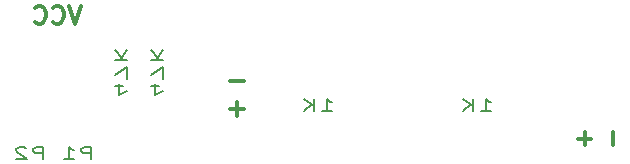
<source format=gbr>
G04 #@! TF.FileFunction,Other,ECO1*
%FSLAX46Y46*%
G04 Gerber Fmt 4.6, Leading zero omitted, Abs format (unit mm)*
G04 Created by KiCad (PCBNEW 0.201601231531+6508~42~ubuntu15.10.1-product) date Sun 24 Jan 2016 05:29:53 PM CET*
%MOMM*%
G01*
G04 APERTURE LIST*
%ADD10C,0.020000*%
%ADD11C,0.200000*%
%ADD12C,0.300000*%
G04 APERTURE END LIST*
D10*
D11*
X136104286Y-106334571D02*
X135437619Y-106334571D01*
X136485238Y-106691714D02*
X135770952Y-107048857D01*
X135770952Y-106120285D01*
X136437619Y-105691714D02*
X136437619Y-104691714D01*
X135437619Y-105334571D01*
X135437619Y-104120286D02*
X136437619Y-104120286D01*
X135437619Y-103263143D02*
X136009048Y-103906000D01*
X136437619Y-103263143D02*
X135866190Y-104120286D01*
X133056286Y-106334571D02*
X132389619Y-106334571D01*
X133437238Y-106691714D02*
X132722952Y-107048857D01*
X132722952Y-106120285D01*
X133389619Y-105691714D02*
X133389619Y-104691714D01*
X132389619Y-105334571D01*
X132389619Y-104120286D02*
X133389619Y-104120286D01*
X132389619Y-103263143D02*
X132961048Y-103906000D01*
X133389619Y-103263143D02*
X132818190Y-104120286D01*
X163389428Y-108402381D02*
X164246571Y-108402381D01*
X163817999Y-108402381D02*
X163817999Y-107402381D01*
X163960856Y-107545238D01*
X164103714Y-107640476D01*
X164246571Y-107688095D01*
X162746571Y-108402381D02*
X162746571Y-107402381D01*
X161889428Y-108402381D02*
X162532285Y-107830952D01*
X161889428Y-107402381D02*
X162746571Y-107973810D01*
X149927428Y-108402381D02*
X150784571Y-108402381D01*
X150355999Y-108402381D02*
X150355999Y-107402381D01*
X150498856Y-107545238D01*
X150641714Y-107640476D01*
X150784571Y-107688095D01*
X149284571Y-108402381D02*
X149284571Y-107402381D01*
X148427428Y-108402381D02*
X149070285Y-107830952D01*
X148427428Y-107402381D02*
X149284571Y-107973810D01*
D12*
X143319428Y-105841143D02*
X142176571Y-105841143D01*
X143319428Y-108241143D02*
X142176571Y-108241143D01*
X142748000Y-108812571D02*
X142748000Y-107669714D01*
X174574857Y-111315428D02*
X174574857Y-110172571D01*
X172174857Y-111315428D02*
X172174857Y-110172571D01*
X171603429Y-110744000D02*
X172746286Y-110744000D01*
D11*
X130396856Y-112466381D02*
X130396856Y-111466381D01*
X129825428Y-111466381D01*
X129682570Y-111514000D01*
X129611142Y-111561619D01*
X129539713Y-111656857D01*
X129539713Y-111799714D01*
X129611142Y-111894952D01*
X129682570Y-111942571D01*
X129825428Y-111990190D01*
X130396856Y-111990190D01*
X128111142Y-112466381D02*
X128968285Y-112466381D01*
X128539713Y-112466381D02*
X128539713Y-111466381D01*
X128682570Y-111609238D01*
X128825428Y-111704476D01*
X128968285Y-111752095D01*
X126325428Y-112466381D02*
X126325428Y-111466381D01*
X125754000Y-111466381D01*
X125611142Y-111514000D01*
X125539714Y-111561619D01*
X125468285Y-111656857D01*
X125468285Y-111799714D01*
X125539714Y-111894952D01*
X125611142Y-111942571D01*
X125754000Y-111990190D01*
X126325428Y-111990190D01*
X124896857Y-111561619D02*
X124825428Y-111514000D01*
X124682571Y-111466381D01*
X124325428Y-111466381D01*
X124182571Y-111514000D01*
X124111142Y-111561619D01*
X124039714Y-111656857D01*
X124039714Y-111752095D01*
X124111142Y-111894952D01*
X124968285Y-112466381D01*
X124039714Y-112466381D01*
D12*
X129508000Y-99508571D02*
X129008000Y-101008571D01*
X128508000Y-99508571D01*
X127150857Y-100865714D02*
X127222286Y-100937143D01*
X127436572Y-101008571D01*
X127579429Y-101008571D01*
X127793714Y-100937143D01*
X127936572Y-100794286D01*
X128008000Y-100651429D01*
X128079429Y-100365714D01*
X128079429Y-100151429D01*
X128008000Y-99865714D01*
X127936572Y-99722857D01*
X127793714Y-99580000D01*
X127579429Y-99508571D01*
X127436572Y-99508571D01*
X127222286Y-99580000D01*
X127150857Y-99651429D01*
X125650857Y-100865714D02*
X125722286Y-100937143D01*
X125936572Y-101008571D01*
X126079429Y-101008571D01*
X126293714Y-100937143D01*
X126436572Y-100794286D01*
X126508000Y-100651429D01*
X126579429Y-100365714D01*
X126579429Y-100151429D01*
X126508000Y-99865714D01*
X126436572Y-99722857D01*
X126293714Y-99580000D01*
X126079429Y-99508571D01*
X125936572Y-99508571D01*
X125722286Y-99580000D01*
X125650857Y-99651429D01*
M02*

</source>
